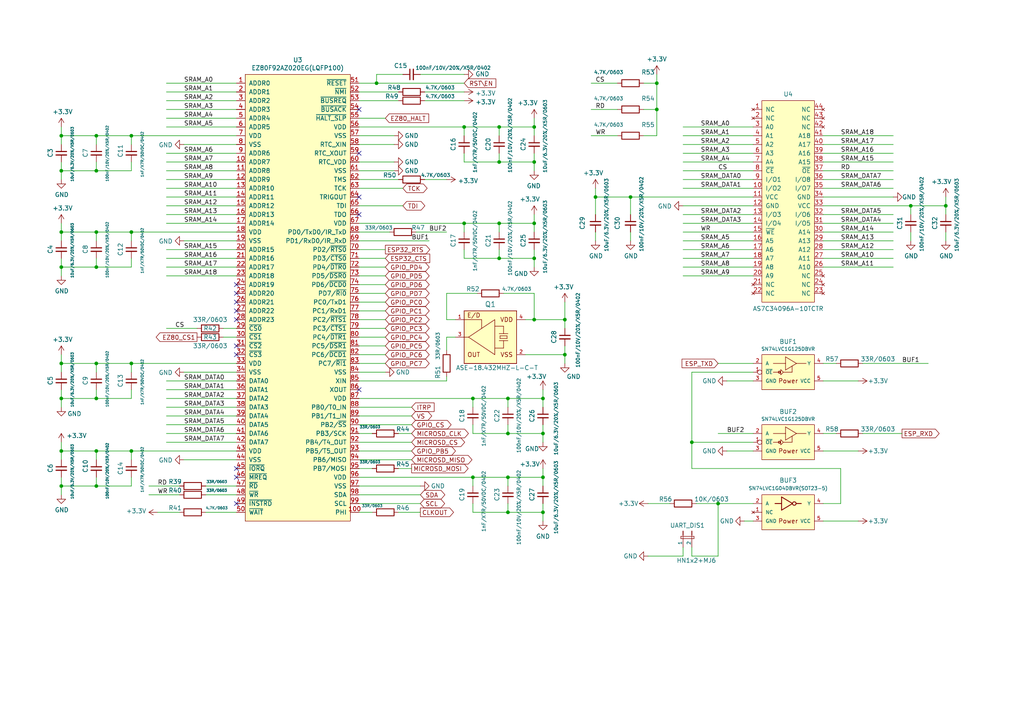
<source format=kicad_sch>
(kicad_sch (version 20231120) (generator "eeschema") (generator_version "8.0")
  (paper "A4")
  (junction (at 27.94 105.41))
  (junction (at 38.1 105.41))
  (junction (at 27.94 115.57))
  (junction (at 134.62 64.77))
  (junction (at 264.16 59.69))
  (junction (at 147.32 115.57))
  (junction (at 17.78 49.53))
  (junction (at 27.94 39.37))
  (junction (at 154.94 74.93))
  (junction (at 144.78 74.93))
  (junction (at 17.78 115.57))
  (junction (at 17.78 77.47))
  (junction (at 190.5 24.13))
  (junction (at 38.1 67.31))
  (junction (at 144.78 36.83))
  (junction (at 27.94 67.31))
  (junction (at 274.32 59.69))
  (junction (at 208.28 146.05))
  (junction (at 17.78 130.81))
  (junction (at 147.32 148.59))
  (junction (at 27.94 140.97))
  (junction (at 157.48 125.73))
  (junction (at 27.94 49.53))
  (junction (at 147.32 125.73))
  (junction (at 154.94 64.77))
  (junction (at 137.16 138.43))
  (junction (at 17.78 140.97))
  (junction (at 134.62 36.83))
  (junction (at 38.1 39.37))
  (junction (at 38.1 130.81))
  (junction (at 157.48 138.43))
  (junction (at 27.94 77.47))
  (junction (at 147.32 138.43))
  (junction (at 137.16 115.57))
  (junction (at 17.78 105.41))
  (junction (at 154.94 92.71))
  (junction (at 109.22 24.13))
  (junction (at 200.66 128.27))
  (junction (at 27.94 130.81))
  (junction (at 17.78 39.37))
  (junction (at 163.83 92.71))
  (junction (at 154.94 36.83))
  (junction (at 190.5 31.75))
  (junction (at 157.48 148.59))
  (junction (at 157.48 115.57))
  (junction (at 144.78 64.77))
  (junction (at 172.72 57.15))
  (junction (at 17.78 67.31))
  (junction (at 182.88 57.15))
  (junction (at 163.83 102.87))
  (junction (at 154.94 46.99))
  (junction (at 144.78 46.99))
  (no_connect (at 104.14 62.23))
  (no_connect (at 68.58 87.63))
  (no_connect (at 68.58 90.17))
  (no_connect (at 68.58 135.89))
  (no_connect (at 68.58 102.87))
  (no_connect (at 68.58 85.09))
  (no_connect (at 104.14 113.03))
  (no_connect (at 68.58 138.43))
  (no_connect (at 104.14 57.15))
  (no_connect (at 104.14 44.45))
  (no_connect (at 68.58 92.71))
  (no_connect (at 68.58 82.55))
  (no_connect (at 104.14 31.75))
  (no_connect (at 68.58 146.05))
  (no_connect (at 68.58 100.33))
  (wire (pts (xy 64.77 97.79) (xy 68.58 97.79)))
  (wire (pts (xy 38.1 130.81) (xy 27.94 130.81)))
  (wire (pts (xy 59.69 143.51) (xy 68.58 143.51)))
  (wire (pts (xy 68.58 26.67) (xy 48.26 26.67)))
  (wire (pts (xy 146.05 85.09) (xy 154.94 85.09)))
  (wire (pts (xy 238.76 39.37) (xy 259.08 39.37)))
  (wire (pts (xy 157.48 148.59) (xy 157.48 151.13)))
  (wire (pts (xy 104.14 34.29) (xy 111.76 34.29)))
  (wire (pts (xy 104.14 95.25) (xy 111.76 95.25)))
  (wire (pts (xy 137.16 146.05) (xy 137.16 148.59)))
  (wire (pts (xy 68.58 140.97) (xy 59.69 140.97)))
  (wire (pts (xy 147.32 125.73) (xy 157.48 125.73)))
  (wire (pts (xy 104.14 41.91) (xy 114.3 41.91)))
  (wire (pts (xy 243.84 135.89) (xy 243.84 146.05)))
  (wire (pts (xy 144.78 39.37) (xy 144.78 36.83)))
  (wire (pts (xy 218.44 151.13) (xy 215.9 151.13)))
  (wire (pts (xy 238.76 57.15) (xy 259.08 57.15)))
  (wire (pts (xy 134.62 72.39) (xy 134.62 74.93)))
  (wire (pts (xy 27.94 107.95) (xy 27.94 105.41)))
  (wire (pts (xy 144.78 74.93) (xy 154.94 74.93)))
  (wire (pts (xy 68.58 62.23) (xy 48.26 62.23)))
  (wire (pts (xy 68.58 130.81) (xy 38.1 130.81)))
  (wire (pts (xy 147.32 123.19) (xy 147.32 125.73)))
  (wire (pts (xy 27.94 67.31) (xy 17.78 67.31)))
  (wire (pts (xy 109.22 21.59) (xy 109.22 24.13)))
  (wire (pts (xy 190.5 24.13) (xy 190.5 31.75)))
  (wire (pts (xy 38.1 49.53) (xy 38.1 46.99)))
  (wire (pts (xy 111.76 92.71) (xy 104.14 92.71)))
  (wire (pts (xy 179.07 24.13) (xy 171.45 24.13)))
  (wire (pts (xy 68.58 57.15) (xy 48.26 57.15)))
  (wire (pts (xy 147.32 140.97) (xy 147.32 138.43)))
  (wire (pts (xy 218.44 125.73) (xy 208.28 125.73)))
  (wire (pts (xy 104.14 123.19) (xy 119.38 123.19)))
  (wire (pts (xy 68.58 59.69) (xy 48.26 59.69)))
  (wire (pts (xy 137.16 138.43) (xy 147.32 138.43)))
  (wire (pts (xy 264.16 69.85) (xy 264.16 67.31)))
  (wire (pts (xy 115.57 135.89) (xy 119.38 135.89)))
  (wire (pts (xy 38.1 41.91) (xy 38.1 39.37)))
  (wire (pts (xy 104.14 135.89) (xy 107.95 135.89)))
  (wire (pts (xy 264.16 62.23) (xy 264.16 59.69)))
  (wire (pts (xy 17.78 115.57) (xy 17.78 113.03)))
  (wire (pts (xy 152.4 102.87) (xy 163.83 102.87)))
  (wire (pts (xy 264.16 59.69) (xy 274.32 59.69)))
  (wire (pts (xy 134.62 46.99) (xy 144.78 46.99)))
  (wire (pts (xy 27.94 39.37) (xy 27.94 41.91)))
  (wire (pts (xy 38.1 130.81) (xy 38.1 133.35)))
  (wire (pts (xy 129.54 101.6) (xy 129.54 97.79)))
  (wire (pts (xy 104.14 74.93) (xy 111.76 74.93)))
  (wire (pts (xy 147.32 115.57) (xy 157.48 115.57)))
  (wire (pts (xy 104.14 29.21) (xy 115.57 29.21)))
  (wire (pts (xy 200.66 107.95) (xy 200.66 128.27)))
  (wire (pts (xy 68.58 123.19) (xy 48.26 123.19)))
  (wire (pts (xy 129.54 85.09) (xy 138.43 85.09)))
  (wire (pts (xy 218.44 59.69) (xy 198.12 59.69)))
  (wire (pts (xy 115.57 125.73) (xy 119.38 125.73)))
  (wire (pts (xy 104.14 130.81) (xy 119.38 130.81)))
  (wire (pts (xy 123.19 29.21) (xy 134.62 29.21)))
  (wire (pts (xy 27.94 133.35) (xy 27.94 130.81)))
  (wire (pts (xy 38.1 138.43) (xy 38.1 140.97)))
  (wire (pts (xy 218.44 52.07) (xy 198.12 52.07)))
  (wire (pts (xy 68.58 113.03) (xy 48.26 113.03)))
  (wire (pts (xy 104.14 80.01) (xy 111.76 80.01)))
  (wire (pts (xy 157.48 118.11) (xy 157.48 115.57)))
  (wire (pts (xy 218.44 130.81) (xy 210.82 130.81)))
  (wire (pts (xy 163.83 100.33) (xy 163.83 102.87)))
  (wire (pts (xy 104.14 85.09) (xy 111.76 85.09)))
  (wire (pts (xy 134.62 74.93) (xy 144.78 74.93)))
  (wire (pts (xy 274.32 57.15) (xy 274.32 59.69)))
  (wire (pts (xy 186.69 31.75) (xy 190.5 31.75)))
  (wire (pts (xy 154.94 64.77) (xy 154.94 62.23)))
  (wire (pts (xy 17.78 130.81) (xy 17.78 128.27)))
  (wire (pts (xy 154.94 46.99) (xy 154.94 44.45)))
  (wire (pts (xy 250.19 105.41) (xy 269.24 105.41)))
  (wire (pts (xy 17.78 46.99) (xy 17.78 49.53)))
  (wire (pts (xy 17.78 67.31) (xy 17.78 64.77)))
  (wire (pts (xy 104.14 120.65) (xy 119.38 120.65)))
  (wire (pts (xy 218.44 107.95) (xy 200.66 107.95)))
  (wire (pts (xy 144.78 44.45) (xy 144.78 46.99)))
  (wire (pts (xy 198.12 161.29) (xy 187.96 161.29)))
  (wire (pts (xy 147.32 146.05) (xy 147.32 148.59)))
  (wire (pts (xy 137.16 125.73) (xy 147.32 125.73)))
  (wire (pts (xy 68.58 64.77) (xy 48.26 64.77)))
  (wire (pts (xy 218.44 39.37) (xy 198.12 39.37)))
  (wire (pts (xy 129.54 109.22) (xy 129.54 110.49)))
  (wire (pts (xy 274.32 67.31) (xy 274.32 69.85)))
  (wire (pts (xy 259.08 72.39) (xy 238.76 72.39)))
  (wire (pts (xy 129.54 97.79) (xy 132.08 97.79)))
  (wire (pts (xy 238.76 46.99) (xy 259.08 46.99)))
  (wire (pts (xy 27.94 49.53) (xy 38.1 49.53)))
  (wire (pts (xy 104.14 59.69) (xy 116.84 59.69)))
  (wire (pts (xy 27.94 138.43) (xy 27.94 140.97)))
  (wire (pts (xy 132.08 92.71) (xy 129.54 92.71)))
  (wire (pts (xy 68.58 77.47) (xy 48.26 77.47)))
  (wire (pts (xy 104.14 54.61) (xy 116.84 54.61)))
  (wire (pts (xy 17.78 69.85) (xy 17.78 67.31)))
  (wire (pts (xy 17.78 41.91) (xy 17.78 39.37)))
  (wire (pts (xy 129.54 92.71) (xy 129.54 85.09)))
  (wire (pts (xy 68.58 36.83) (xy 48.26 36.83)))
  (wire (pts (xy 17.78 133.35) (xy 17.78 130.81)))
  (wire (pts (xy 163.83 92.71) (xy 163.83 87.63)))
  (wire (pts (xy 154.94 74.93) (xy 154.94 72.39)))
  (wire (pts (xy 27.94 74.93) (xy 27.94 77.47)))
  (wire (pts (xy 134.62 64.77) (xy 144.78 64.77)))
  (wire (pts (xy 68.58 41.91) (xy 53.34 41.91)))
  (wire (pts (xy 218.44 57.15) (xy 182.88 57.15)))
  (wire (pts (xy 123.19 52.07) (xy 129.54 52.07)))
  (wire (pts (xy 172.72 57.15) (xy 172.72 54.61)))
  (wire (pts (xy 218.44 46.99) (xy 198.12 46.99)))
  (wire (pts (xy 27.94 130.81) (xy 17.78 130.81)))
  (wire (pts (xy 187.96 146.05) (xy 194.31 146.05)))
  (wire (pts (xy 104.14 52.07) (xy 115.57 52.07)))
  (wire (pts (xy 52.07 143.51) (xy 43.18 143.51)))
  (wire (pts (xy 218.44 62.23) (xy 198.12 62.23)))
  (wire (pts (xy 154.94 85.09) (xy 154.94 92.71)))
  (wire (pts (xy 17.78 140.97) (xy 17.78 138.43)))
  (wire (pts (xy 147.32 138.43) (xy 157.48 138.43)))
  (wire (pts (xy 179.07 39.37) (xy 171.45 39.37)))
  (wire (pts (xy 198.12 64.77) (xy 218.44 64.77)))
  (wire (pts (xy 201.93 146.05) (xy 208.28 146.05)))
  (wire (pts (xy 68.58 39.37) (xy 38.1 39.37)))
  (wire (pts (xy 147.32 118.11) (xy 147.32 115.57)))
  (wire (pts (xy 17.78 77.47) (xy 17.78 80.01)))
  (wire (pts (xy 52.07 140.97) (xy 43.18 140.97)))
  (wire (pts (xy 218.44 72.39) (xy 198.12 72.39)))
  (wire (pts (xy 68.58 44.45) (xy 48.26 44.45)))
  (wire (pts (xy 68.58 110.49) (xy 48.26 110.49)))
  (wire (pts (xy 104.14 72.39) (xy 111.76 72.39)))
  (wire (pts (xy 17.78 115.57) (xy 17.78 118.11)))
  (wire (pts (xy 27.94 105.41) (xy 17.78 105.41)))
  (wire (pts (xy 107.95 148.59) (xy 104.14 148.59)))
  (wire (pts (xy 144.78 72.39) (xy 144.78 74.93)))
  (wire (pts (xy 111.76 102.87) (xy 104.14 102.87)))
  (wire (pts (xy 123.19 26.67) (xy 134.62 26.67)))
  (wire (pts (xy 238.76 130.81) (xy 248.92 130.81)))
  (wire (pts (xy 200.66 158.75) (xy 200.66 161.29)))
  (wire (pts (xy 182.88 67.31) (xy 182.88 69.85)))
  (wire (pts (xy 259.08 74.93) (xy 238.76 74.93)))
  (wire (pts (xy 116.84 21.59) (xy 109.22 21.59)))
  (wire (pts (xy 157.48 148.59) (xy 157.48 146.05)))
  (wire (pts (xy 104.14 105.41) (xy 111.76 105.41)))
  (wire (pts (xy 250.19 125.73) (xy 261.62 125.73)))
  (wire (pts (xy 17.78 140.97) (xy 17.78 143.51)))
  (wire (pts (xy 104.14 77.47) (xy 111.76 77.47)))
  (wire (pts (xy 68.58 133.35) (xy 53.34 133.35)))
  (wire (pts (xy 200.66 128.27) (xy 218.44 128.27)))
  (wire (pts (xy 218.44 54.61) (xy 198.12 54.61)))
  (wire (pts (xy 137.16 148.59) (xy 147.32 148.59)))
  (wire (pts (xy 154.94 67.31) (xy 154.94 64.77)))
  (wire (pts (xy 38.1 39.37) (xy 27.94 39.37)))
  (wire (pts (xy 104.14 100.33) (xy 111.76 100.33)))
  (wire (pts (xy 17.78 39.37) (xy 17.78 36.83)))
  (wire (pts (xy 154.94 46.99) (xy 154.94 49.53)))
  (wire (pts (xy 218.44 41.91) (xy 198.12 41.91)))
  (wire (pts (xy 238.76 151.13) (xy 248.92 151.13)))
  (wire (pts (xy 68.58 29.21) (xy 48.26 29.21)))
  (wire (pts (xy 104.14 107.95) (xy 111.76 107.95)))
  (wire (pts (xy 114.3 49.53) (xy 104.14 49.53)))
  (wire (pts (xy 109.22 24.13) (xy 104.14 24.13)))
  (wire (pts (xy 238.76 41.91) (xy 259.08 41.91)))
  (wire (pts (xy 104.14 115.57) (xy 137.16 115.57)))
  (wire (pts (xy 104.14 87.63) (xy 111.76 87.63)))
  (wire (pts (xy 68.58 118.11) (xy 48.26 118.11)))
  (wire (pts (xy 154.94 36.83) (xy 154.94 34.29)))
  (wire (pts (xy 104.14 118.11) (xy 119.38 118.11)))
  (wire (pts (xy 104.14 140.97) (xy 121.92 140.97)))
  (wire (pts (xy 17.78 107.95) (xy 17.78 105.41)))
  (wire (pts (xy 120.65 67.31) (xy 129.54 67.31)))
  (wire (pts (xy 104.14 36.83) (xy 134.62 36.83)))
  (wire (pts (xy 179.07 31.75) (xy 171.45 31.75)))
  (wire (pts (xy 134.62 64.77) (xy 134.62 67.31)))
  (wire (pts (xy 48.26 115.57) (xy 68.58 115.57)))
  (wire (pts (xy 38.1 115.57) (xy 27.94 115.57)))
  (wire (pts (xy 137.16 123.19) (xy 137.16 125.73)))
  (wire (pts (xy 104.14 39.37) (xy 114.3 39.37)))
  (wire (pts (xy 218.44 80.01) (xy 198.12 80.01)))
  (wire (pts (xy 104.14 146.05) (xy 121.92 146.05)))
  (wire (pts (xy 144.78 46.99) (xy 154.94 46.99)))
  (wire (pts (xy 238.76 54.61) (xy 259.08 54.61)))
  (wire (pts (xy 157.48 115.57) (xy 157.48 113.03)))
  (wire (pts (xy 190.5 39.37) (xy 186.69 39.37)))
  (wire (pts (xy 200.66 135.89) (xy 243.84 135.89)))
  (wire (pts (xy 38.1 74.93) (xy 38.1 77.47)))
  (wire (pts (xy 68.58 95.25) (xy 64.77 95.25)))
  (wire (pts (xy 68.58 72.39) (xy 48.26 72.39)))
  (wire (pts (xy 68.58 80.01) (xy 48.26 80.01)))
  (wire (pts (xy 104.14 133.35) (xy 119.38 133.35)))
  (wire (pts (xy 208.28 161.29) (xy 208.28 146.05)))
  (wire (pts (xy 68.58 125.73) (xy 48.26 125.73)))
  (wire (pts (xy 238.76 64.77) (xy 259.08 64.77)))
  (wire (pts (xy 68.58 49.53) (xy 48.26 49.53)))
  (wire (pts (xy 144.78 67.31) (xy 144.78 64.77)))
  (wire (pts (xy 157.48 140.97) (xy 157.48 138.43)))
  (wire (pts (xy 243.84 146.05) (xy 238.76 146.05)))
  (wire (pts (xy 218.44 69.85) (xy 198.12 69.85)))
  (wire (pts (xy 157.48 125.73) (xy 157.48 128.27)))
  (wire (pts (xy 38.1 77.47) (xy 27.94 77.47)))
  (wire (pts (xy 274.32 62.23) (xy 274.32 59.69)))
  (wire (pts (xy 68.58 74.93) (xy 48.26 74.93)))
  (wire (pts (xy 38.1 113.03) (xy 38.1 115.57)))
  (wire (pts (xy 157.48 125.73) (xy 157.48 123.19)))
  (wire (pts (xy 104.14 138.43) (xy 137.16 138.43)))
  (wire (pts (xy 27.94 69.85) (xy 27.94 67.31)))
  (wire (pts (xy 259.08 77.47) (xy 238.76 77.47)))
  (wire (pts (xy 154.94 74.93) (xy 154.94 77.47)))
  (wire (pts (xy 198.12 158.75) (xy 198.12 161.29)))
  (wire (pts (xy 104.14 110.49) (xy 129.54 110.49)))
  (wire (pts (xy 238.76 49.53) (xy 259.08 49.53)))
  (wire (pts (xy 68.58 52.07) (xy 48.26 52.07)))
  (wire (pts (xy 48.26 128.27) (xy 68.58 128.27)))
  (wire (pts (xy 144.78 64.77) (xy 154.94 64.77)))
  (wire (pts (xy 68.58 148.59) (xy 59.69 148.59)))
  (wire (pts (xy 137.16 115.57) (xy 147.32 115.57)))
  (wire (pts (xy 68.58 24.13) (xy 48.26 24.13)))
  (wire (pts (xy 163.83 95.25) (xy 163.83 92.71)))
  (wire (pts (xy 259.08 52.07) (xy 238.76 52.07)))
  (wire (pts (xy 104.14 125.73) (xy 107.95 125.73)))
  (wire (pts (xy 218.44 105.41) (xy 208.28 105.41)))
  (wire (pts (xy 154.94 39.37) (xy 154.94 36.83)))
  (wire (pts (xy 238.76 110.49) (xy 248.92 110.49)))
  (wire (pts (xy 68.58 54.61) (xy 48.26 54.61)))
  (wire (pts (xy 104.14 128.27) (xy 119.38 128.27)))
  (wire (pts (xy 152.4 92.71) (xy 154.94 92.71)))
  (wire (pts (xy 144.78 36.83) (xy 154.94 36.83)))
  (wire (pts (xy 218.44 67.31) (xy 198.12 67.31)))
  (wire (pts (xy 190.5 31.75) (xy 190.5 39.37)))
  (wire (pts (xy 115.57 148.59) (xy 121.92 148.59)))
  (wire (pts (xy 27.94 39.37) (xy 17.78 39.37)))
  (wire (pts (xy 104.14 69.85) (xy 124.46 69.85)))
  (wire (pts (xy 68.58 46.99) (xy 48.26 46.99)))
  (wire (pts (xy 104.14 67.31) (xy 113.03 67.31)))
  (wire (pts (xy 68.58 107.95) (xy 53.34 107.95)))
  (wire (pts (xy 218.44 44.45) (xy 198.12 44.45)))
  (wire (pts (xy 38.1 67.31) (xy 27.94 67.31)))
  (wire (pts (xy 200.66 128.27) (xy 200.66 135.89)))
  (wire (pts (xy 200.66 161.29) (xy 208.28 161.29)))
  (wire (pts (xy 27.94 77.47) (xy 17.78 77.47)))
  (wire (pts (xy 17.78 49.53) (xy 27.94 49.53)))
  (wire (pts (xy 154.94 92.71) (xy 163.83 92.71)))
  (wire (pts (xy 111.76 90.17) (xy 104.14 90.17)))
  (wire (pts (xy 218.44 49.53) (xy 198.12 49.53)))
  (wire (pts (xy 57.15 95.25) (xy 48.26 95.25)))
  (wire (pts (xy 134.62 36.83) (xy 144.78 36.83)))
  (wire (pts (xy 137.16 115.57) (xy 137.16 118.11)))
  (wire (pts (xy 27.94 140.97) (xy 17.78 140.97)))
  (wire (pts (xy 104.14 82.55) (xy 111.76 82.55)))
  (wire (pts (xy 218.44 36.83) (xy 198.12 36.83)))
  (wire (pts (xy 238.76 105.41) (xy 242.57 105.41)))
  (wire (pts (xy 238.76 59.69) (xy 264.16 59.69)))
  (wire (pts (xy 68.58 34.29) (xy 48.26 34.29)))
  (wire (pts (xy 68.58 67.31) (xy 38.1 67.31)))
  (wire (pts (xy 104.14 143.51) (xy 121.92 143.51)))
  (wire (pts (xy 182.88 57.15) (xy 172.72 57.15)))
  (wire (pts (xy 218.44 77.47) (xy 198.12 77.47)))
  (wire (pts (xy 17.78 105.41) (xy 17.78 102.87)))
  (wire (pts (xy 208.28 146.05) (xy 218.44 146.05)))
  (wire (pts (xy 190.5 24.13) (xy 190.5 21.59)))
  (wire (pts (xy 17.78 77.47) (xy 17.78 74.93)))
  (wire (pts (xy 38.1 140.97) (xy 27.94 140.97)))
  (wire (pts (xy 238.76 44.45) (xy 259.08 44.45)))
  (wire (pts (xy 238.76 125.73) (xy 242.57 125.73)))
  (wire (pts (xy 163.83 102.87) (xy 163.83 105.41)))
  (wire (pts (xy 104.14 46.99) (xy 114.3 46.99)))
  (wire (pts (xy 48.26 120.65) (xy 68.58 120.65)))
  (wire (pts (xy 38.1 105.41) (xy 27.94 105.41)))
  (wire (pts (xy 259.08 67.31) (xy 238.76 67.31)))
  (wire (pts (xy 134.62 36.83) (xy 134.62 39.37)))
  (wire (pts (xy 68.58 105.41) (xy 38.1 105.41)))
  (wire (pts (xy 27.94 115.57) (xy 17.78 115.57)))
  (wire (pts (xy 17.78 52.07) (xy 17.78 49.53)))
  (wire (pts (xy 109.22 24.13) (xy 134.62 24.13)))
  (wire (pts (xy 259.08 69.85) (xy 238.76 69.85)))
  (wire (pts (xy 38.1 67.31) (xy 38.1 69.85)))
  (wire (pts (xy 186.69 24.13) (xy 190.5 24.13)))
  (wire (pts (xy 104.14 64.77) (xy 134.62 64.77)))
  (wire (pts (xy 52.07 148.59) (xy 45.72 148.59)))
  (wire (pts (xy 137.16 138.43) (xy 137.16 140.97)))
  (wire (pts (xy 218.44 110.49) (xy 210.82 110.49)))
  (wire (pts (xy 68.58 31.75) (xy 48.26 31.75)))
  (wire (pts (xy 218.44 74.93) (xy 198.12 74.93)))
  (wire (pts (xy 172.72 67.31) (xy 172.72 69.85)))
  (wire (pts (xy 157.48 138.43) (xy 157.48 135.89)))
  (wire (pts (xy 104.14 26.67) (xy 115.57 26.67)))
  (wire (pts (xy 53.34 69.85) (xy 68.58 69.85)))
  (wire (pts (xy 259.08 62.23) (xy 238.76 62.23)))
  (wire (pts (xy 182.88 62.23) (xy 182.88 57.15)))
  (wire (pts (xy 38.1 105.41) (xy 38.1 107.95)))
  (wire (pts (xy 147.32 148.59) (xy 157.48 148.59)))
  (wire (pts (xy 27.94 46.99) (xy 27.94 49.53)))
  (wire (pts (xy 134.62 21.59) (xy 121.92 21.59)))
  (wire (pts (xy 104.14 97.79) (xy 111.76 97.79)))
  (wire (pts (xy 27.94 113.03) (xy 27.94 115.57)))
  (wire (pts (xy 134.62 44.45) (xy 134.62 46.99)))
  (wire (pts (xy 172.72 57.15) (xy 172.72 62.23)))
  (label "SRAM_A2" (at 203.2 41.91 0))
  (label "SRAM_A13" (at 53.34 62.23 0))
  (label "SRAM_A17" (at 243.84 41.91 0))
  (label "BUF2" (at 129.54 67.31 180))
  (label "SRAM_DATA6" (at 243.84 54.61 0))
  (label "SRAM_A9" (at 53.34 52.07 0))
  (label "SRAM_A3" (at 53.34 31.75 0))
  (label "SRAM_A1" (at 203.2 39.37 0))
  (label "SRAM_A12" (at 53.34 59.69 0))
  (label "SRAM_DATA6" (at 53.34 125.73 0))
  (label "SRAM_A8" (at 203.2 77.47 0))
  (label "SRAM_A14" (at 243.84 67.31 0))
  (label "SRAM_A11" (at 243.84 77.47 0))
  (label "SRAM_A12" (at 243.84 72.39 0))
  (label "BUF1" (at 266.7 105.41 180))
  (label "SRAM_A5" (at 203.2 69.85 0))
  (label "RD" (at 243.84 49.53 0))
  (label "SRAM_A15" (at 53.34 72.39 0))
  (label "SRAM_A7" (at 203.2 74.93 0))
  (label "SRAM_A2" (at 53.34 29.21 0))
  (label "SRAM_DATA7" (at 53.34 128.27 0))
  (label "SRAM_DATA5" (at 53.34 123.19 0))
  (label "SRAM_A6" (at 53.34 44.45 0))
  (label "SRAM_A0" (at 53.34 24.13 0))
  (label "BUF2" (at 215.9 125.73 180))
  (label "RD" (at 172.72 31.75 0))
  (label "CS" (at 50.8 95.25 0))
  (label "SRAM_A18" (at 53.34 80.01 0))
  (label "SRAM_DATA0" (at 53.34 110.49 0))
  (label "SRAM_A10" (at 243.84 74.93 0))
  (label "SRAM_A5" (at 53.34 36.83 0))
  (label "CS" (at 172.72 24.13 0))
  (label "SRAM_A13" (at 243.84 69.85 0))
  (label "SRAM_A9" (at 203.2 80.01 0))
  (label "SRAM_DATA1" (at 53.34 113.03 0))
  (label "SRAM_A10" (at 53.34 54.61 0))
  (label "SRAM_DATA2" (at 53.34 115.57 0))
  (label "SRAM_A16" (at 53.34 74.93 0))
  (label "SRAM_DATA5" (at 243.84 62.23 0))
  (label "SRAM_DATA0" (at 203.2 52.07 0))
  (label "SRAM_A1" (at 53.34 26.67 0))
  (label "SRAM_A7" (at 53.34 46.99 0))
  (label "SRAM_A8" (at 53.34 49.53 0))
  (label "CS" (at 208.28 49.53 0))
  (label "SRAM_A4" (at 53.34 34.29 0))
  (label "SRAM_DATA3" (at 53.34 118.11 0))
  (label "SRAM_A18" (at 243.84 39.37 0))
  (label "RD" (at 45.72 140.97 0))
  (label "SRAM_A17" (at 53.34 77.47 0))
  (label "SRAM_A0" (at 203.2 36.83 0))
  (label "WR" (at 172.72 39.37 0))
  (label "SRAM_A15" (at 243.84 46.99 0))
  (label "SRAM_A4" (at 203.2 46.99 0))
  (label "SRAM_DATA4" (at 243.84 64.77 0))
  (label "SRAM_DATA1" (at 203.2 54.61 0))
  (label "SRAM_A6" (at 203.2 72.39 0))
  (label "SRAM_A11" (at 53.34 57.15 0))
  (label "SRAM_A3" (at 203.2 44.45 0))
  (label "SRAM_DATA7" (at 243.84 52.07 0))
  (label "SRAM_DATA2" (at 203.2 62.23 0))
  (label "WR" (at 45.72 143.51 0))
  (label "SRAM_DATA3" (at 203.2 64.77 0))
  (label "SRAM_DATA4" (at 53.34 120.65 0))
  (label "SRAM_A16" (at 243.84 44.45 0))
  (label "SRAM_A14" (at 53.34 64.77 0))
  (label "WR" (at 203.2 67.31 0))
  (label "BUF1" (at 124.46 69.85 180))
  (global_label "EZ80_HALT" (shape input) (at 111.76 34.29 0) (property "Intersheetrefs" "${INTERSHEET_REFS}" (effects (hide yes))))
  (global_label "ESP_RXD" (shape output) (at 261.62 125.73 0) (property "Intersheetrefs" "${INTERSHEET_REFS}" (effects (hide yes))))
  (global_label "MICROSD_CS" (shape bidirectional) (at 119.38 128.27 0) (property "Intersheetrefs" "${INTERSHEET_REFS}" (effects (hide yes))))
  (global_label "GPIO_PC5" (shape bidirectional) (at 111.76 100.33 0) (property "Intersheetrefs" "${INTERSHEET_REFS}" (effects (hide yes))))
  (global_label "GPIO_PB5" (shape bidirectional) (at 119.38 130.81 0) (property "Intersheetrefs" "${INTERSHEET_REFS}" (effects (hide yes))))
  (global_label "GPIO_PC7" (shape bidirectional) (at 111.76 105.41 0) (property "Intersheetrefs" "${INTERSHEET_REFS}" (effects (hide yes))))
  (global_label "ESP_TXD" (shape input) (at 208.28 105.41 180) (property "Intersheetrefs" "${INTERSHEET_REFS}" (effects (hide yes))))
  (global_label "GPIO_PC3" (shape bidirectional) (at 111.76 95.25 0) (property "Intersheetrefs" "${INTERSHEET_REFS}" (effects (hide yes))))
  (global_label "GPIO_PC2" (shape bidirectional) (at 111.76 92.71 0) (property "Intersheetrefs" "${INTERSHEET_REFS}" (effects (hide yes))))
  (global_label "ITRP" (shape input) (at 119.38 118.11 0) (property "Intersheetrefs" "${INTERSHEET_REFS}" (effects (hide yes))))
  (global_label "GPIO_PC0" (shape bidirectional) (at 111.76 87.63 0) (property "Intersheetrefs" "${INTERSHEET_REFS}" (effects (hide yes))))
  (global_label "SDA" (shape bidirectional) (at 121.92 143.51 0) (property "Intersheetrefs" "${INTERSHEET_REFS}" (effects (hide yes))))
  (global_label "GPIO_PD5" (shape bidirectional) (at 111.76 80.01 0) (property "Intersheetrefs" "${INTERSHEET_REFS}" (effects (hide yes))))
  (global_label "VS" (shape bidirectional) (at 119.38 120.65 0) (property "Intersheetrefs" "${INTERSHEET_REFS}" (effects (hide yes))))
  (global_label "GPIO_CS" (shape bidirectional) (at 119.38 123.19 0) (property "Intersheetrefs" "${INTERSHEET_REFS}" (effects (hide yes))))
  (global_label "ESP32_RTS" (shape output) (at 111.76 72.39 0) (property "Intersheetrefs" "${INTERSHEET_REFS}" (effects (hide yes))))
  (global_label "GPIO_PD7" (shape bidirectional) (at 111.76 85.09 0) (property "Intersheetrefs" "${INTERSHEET_REFS}" (effects (hide yes))))
  (global_label "EZ80_CS1" (shape output) (at 57.15 97.79 180) (property "Intersheetrefs" "${INTERSHEET_REFS}" (effects (hide yes))))
  (global_label "TCK" (shape bidirectional) (at 116.84 54.61 0) (property "Intersheetrefs" "${INTERSHEET_REFS}" (effects (hide yes))))
  (global_label "TDI" (shape bidirectional) (at 116.84 59.69 0) (property "Intersheetrefs" "${INTERSHEET_REFS}" (effects (hide yes))))
  (global_label "GPIO_PC4" (shape bidirectional) (at 111.76 97.79 0) (property "Intersheetrefs" "${INTERSHEET_REFS}" (effects (hide yes))))
  (global_label "MICROSD_CLK" (shape bidirectional) (at 119.38 125.73 0) (property "Intersheetrefs" "${INTERSHEET_REFS}" (effects (hide yes))))
  (global_label "CLKOUT" (shape output) (at 121.92 148.59 0) (property "Intersheetrefs" "${INTERSHEET_REFS}" (effects (hide yes))))
  (global_label "GPIO_PD4" (shape bidirectional) (at 111.76 77.47 0) (property "Intersheetrefs" "${INTERSHEET_REFS}" (effects (hide yes))))
  (global_label "SCL" (shape bidirectional) (at 121.92 146.05 0) (property "Intersheetrefs" "${INTERSHEET_REFS}" (effects (hide yes))))
  (global_label "MICROSD_MISO" (shape bidirectional) (at 119.38 133.35 0) (property "Intersheetrefs" "${INTERSHEET_REFS}" (effects (hide yes))))
  (global_label "GPIO_PC1" (shape bidirectional) (at 111.76 90.17 0) (property "Intersheetrefs" "${INTERSHEET_REFS}" (effects (hide yes))))
  (global_label "ESP32_CTS" (shape input) (at 111.76 74.93 0) (property "Intersheetrefs" "${INTERSHEET_REFS}" (effects (hide yes))))
  (global_label "MICROSD_MOSI" (shape output) (at 119.38 135.89 0) (property "Intersheetrefs" "${INTERSHEET_REFS}" (effects (hide yes))))
  (global_label "GPIO_PD6" (shape bidirectional) (at 111.76 82.55 0) (property "Intersheetrefs" "${INTERSHEET_REFS}" (effects (hide yes))))
  (global_label "RST\\EN" (shape input) (at 134.62 24.13 0) (property "Intersheetrefs" "${INTERSHEET_REFS}" (effects (hide yes))))
  (global_label "GPIO_PC6" (shape bidirectional) (at 111.76 102.87 0) (property "Intersheetrefs" "${INTERSHEET_REFS}" (effects (hide yes))))
  (symbol (lib_id "AgonLight2_Rev_B:C") (at 163.83 97.79 0) (mirror y) (unit 1)
    (property "Reference" "C28" (at 160.655 99.695 90) (effects (justify left)))
    (property "Value" "100nF/10V/20%/X5R/0402" (at 167.64 106.68 90) (effects (font (size 1.016 1.016)) (justify left)))
    (property "Footprint" "OLIMEX_RLC-FP:C_0402_5MIL_DWS" (effects (hide yes)))
  )
  (symbol (lib_id "AgonLight2_Rev_B:+3.3V") (at 248.92 151.13 270) (mirror x) (unit 1)
    (property "Reference" "#PWR068" (effects (hide yes)))
    (property "Value" "+3.3V" (at 254.635 151.13 90))
  )
  (symbol (lib_id "AgonLight2_Rev_B:SN74LVC1G04DBVR(SOT23-5)") (at 228.6 148.59 0) (unit 1)
    (property "Reference" "BUF3" (at 228.6 139.319 0))
    (property "Value" "SN74LVC1G04DBVR(SOT23-5)" (at 228.6 141.6304 0) (effects (font (size 1.016 1.016))))
    (property "Footprint" "OLIMEX_IC-FP:SOT-23-5" (effects (hide yes)))
  )
  (symbol (lib_id "AgonLight2_Rev_B:C") (at 38.1 135.89 0) (unit 1)
    (property "Reference" "C14" (at 34.925 137.795 90) (effects (justify left)))
    (property "Value" "1nF/X7R/50VDC/0402" (at 41.275 142.875 90) (effects (font (size 0.762 0.762)) (justify left)))
    (property "Footprint" "OLIMEX_RLC-FP:C_0402_5MIL_DWS" (effects (hide yes)))
  )
  (symbol (lib_id "AgonLight2_Rev_B:GND") (at 114.3 39.37 90) (mirror x) (unit 1)
    (property "Reference" "#PWR037" (effects (hide yes)))
    (property "Value" "GND" (at 119.38 39.37 90))
  )
  (symbol (lib_id "AgonLight2_Rev_B:R") (at 60.96 97.79 0) (unit 1)
    (property "Reference" "R43" (at 60.96 97.79 0))
    (property "Value" "33R/0603" (at 60.96 100.33 0))
    (property "Footprint" "OLIMEX_RLC-FP:R_0603_5MIL_DWS" (effects (hide yes)))
  )
  (symbol (lib_id "AgonLight2_Rev_B:GND") (at 53.34 133.35 270) (unit 1)
    (property "Reference" "#PWR035" (effects (hide yes)))
    (property "Value" "GND" (at 50.0888 133.477 90) (effects (justify right)))
  )
  (symbol (lib_id "AgonLight2_Rev_B:R") (at 55.88 140.97 0) (unit 1)
    (property "Reference" "R39" (at 50.8 139.7 0))
    (property "Value" "33R/0603" (at 62.865 139.7 0) (effects (font (size 0.762 0.762))))
    (property "Footprint" "OLIMEX_RLC-FP:R_0603_5MIL_DWS" (effects (hide yes)))
  )
  (symbol (lib_id "AgonLight2_Rev_B:+3.3V") (at 172.72 54.61 0) (unit 1)
    (property "Reference" "#PWR056" (effects (hide yes)))
    (property "Value" "+3.3V" (at 172.085 50.165 0))
  )
  (symbol (lib_id "AgonLight2_Rev_B:GND") (at 198.12 59.69 270) (unit 1)
    (property "Reference" "#PWR062" (effects (hide yes)))
    (property "Value" "GND" (at 194.8688 59.817 90) (effects (justify right)))
  )
  (symbol (lib_id "AgonLight2_Rev_B:GND") (at 215.9 151.13 270) (mirror x) (unit 1)
    (property "Reference" "#PWR065" (effects (hide yes)))
    (property "Value" "GND" (at 210.82 151.13 90))
  )
  (symbol (lib_id "AgonLight2_Rev_B:R") (at 119.38 26.67 180) (unit 1)
    (property "Reference" "R48" (at 114.3 25.4 0))
    (property "Value" "4.7K/0603" (at 127.635 25.4 0) (effects (font (size 1.016 1.016))))
    (property "Footprint" "OLIMEX_RLC-FP:R_0603_5MIL_DWS" (effects (hide yes)))
  )
  (symbol (lib_id "AgonLight2_Rev_B:AS7C34096A-10TCTR") (at 228.6 57.15 0) (unit 1)
    (property "Reference" "U4" (at 228.6 27.305 0))
    (property "Value" "AS7C34096A-10TCTR" (at 228.6 89.535 0))
    (property "Footprint" "OLIMEX_IC-FP:TSOP-44_Pitch-0.80mm_18.80x11.80x1.20mm" (effects (hide yes)))
  )
  (symbol (lib_id "AgonLight2_Rev_B:C") (at 137.16 120.65 0) (mirror y) (unit 1)
    (property "Reference" "C18" (at 133.985 122.555 90) (effects (justify left)))
    (property "Value" "1nF/X7R/50VDC/0402" (at 140.335 129.54 90) (effects (font (size 1.016 1.016)) (justify left)))
    (property "Footprint" "OLIMEX_RLC-FP:C_0402_5MIL_DWS" (effects (hide yes)))
  )
  (symbol (lib_id "AgonLight2_Rev_B:GND") (at 114.3 49.53 90) (mirror x) (unit 1)
    (property "Reference" "#PWR040" (effects (hide yes)))
    (property "Value" "GND" (at 119.38 49.53 90))
  )
  (symbol (lib_id "AgonLight2_Rev_B:GND") (at 111.76 107.95 90) (mirror x) (unit 1)
    (property "Reference" "#PWR036" (effects (hide yes)))
    (property "Value" "GND" (at 116.84 107.95 90))
  )
  (symbol (lib_id "AgonLight2_Rev_B:+3.3V") (at 129.54 52.07 270) (unit 1)
    (property "Reference" "#PWR042" (effects (hide yes)))
    (property "Value" "+3.3V" (at 132.7912 52.451 90) (effects (justify left)))
  )
  (symbol (lib_id "AgonLight2_Rev_B:GND") (at 274.32 69.85 0) (unit 1)
    (property "Reference" "#PWR072" (effects (hide yes)))
    (property "Value" "GND" (at 274.447 74.2442 0))
  )
  (symbol (lib_id "AgonLight2_Rev_B:GND") (at 114.3 46.99 90) (mirror x) (unit 1)
    (property "Reference" "#PWR039" (effects (hide yes)))
    (property "Value" "GND" (at 119.38 46.99 90))
  )
  (symbol (lib_id "AgonLight2_Rev_B:R") (at 55.88 143.51 0) (unit 1)
    (property "Reference" "R40" (at 50.8 142.24 0))
    (property "Value" "33R/0603" (at 62.865 142.24 0) (effects (font (size 0.762 0.762))))
    (property "Footprint" "OLIMEX_RLC-FP:R_0603_5MIL_DWS" (effects (hide yes)))
  )
  (symbol (lib_id "AgonLight2_Rev_B:R") (at 246.38 105.41 180) (unit 1)
    (property "Reference" "R57" (at 241.3 104.14 0))
    (property "Value" "33R/0603" (at 254.635 104.14 0))
    (property "Footprint" "OLIMEX_RLC-FP:R_0603_5MIL_DWS" (effects (hide yes)))
  )
  (symbol (lib_id "AgonLight2_Rev_B:R") (at 182.88 39.37 180) (unit 1)
    (property "Reference" "R55" (at 187.96 36.195 0))
    (property "Value" "4.7K/0603" (at 176.53 36.195 0) (effects (font (size 1.016 1.016))))
    (property "Footprint" "OLIMEX_RLC-FP:R_0603_5MIL_DWS" (effects (hide yes)))
  )
  (symbol (lib_id "AgonLight2_Rev_B:+3.3V") (at 17.78 102.87 0) (unit 1)
    (property "Reference" "#PWR027" (effects (hide yes)))
    (property "Value" "+3.3V" (at 18.161 98.4758 0))
  )
  (symbol (lib_id "AgonLight2_Rev_B:+3.3V") (at 17.78 128.27 0) (unit 1)
    (property "Reference" "#PWR029" (effects (hide yes)))
    (property "Value" "+3.3V" (at 22.225 126.365 0))
  )
  (symbol (lib_id "AgonLight2_Rev_B:C") (at 157.48 143.51 0) (mirror y) (unit 1)
    (property "Reference" "C27" (at 154.305 145.415 90) (effects (justify left)))
    (property "Value" "10uF/6.3V/20%/X5R/0603" (at 161.29 154.94 90) (effects (font (size 1.016 1.016)) (justify left)))
    (property "Footprint" "OLIMEX_RLC-FP:C_0603_5MIL_DWS" (effects (hide yes)))
  )
  (symbol (lib_id "AgonLight2_Rev_B:C") (at 147.32 143.51 0) (mirror y) (unit 1)
    (property "Reference" "C23" (at 144.145 145.415 90) (effects (justify left)))
    (property "Value" "100nF/10V/20%/X5R/0402" (at 150.495 158.115 90) (effects (font (size 1.016 1.016)) (justify left)))
    (property "Footprint" "OLIMEX_RLC-FP:C_0402_5MIL_DWS" (effects (hide yes)))
  )
  (symbol (lib_id "AgonLight2_Rev_B:GND") (at 172.72 69.85 0) (unit 1)
    (property "Reference" "#PWR057" (effects (hide yes)))
    (property "Value" "GND" (at 172.847 74.2442 0))
  )
  (symbol (lib_id "AgonLight2_Rev_B:+3.3V") (at 157.48 113.03 0) (mirror y) (unit 1)
    (property "Reference" "#PWR050" (effects (hide yes)))
    (property "Value" "+3.3V" (at 155.575 109.22 0))
  )
  (symbol (lib_id "AgonLight2_Rev_B:C") (at 119.38 21.59 90) (unit 1)
    (property "Reference" "C15" (at 116.205 19.05 90))
    (property "Value" "100nF/10V/20%/X5R/0402" (at 131.445 19.685 90) (effects (font (size 1.016 1.016))))
    (property "Footprint" "OLIMEX_RLC-FP:C_0402_5MIL_DWS" (effects (hide yes)))
  )
  (symbol (lib_id "AgonLight2_Rev_B:GND") (at 121.92 140.97 90) (mirror x) (unit 1)
    (property "Reference" "#PWR041" (effects (hide yes)))
    (property "Value" "GND" (at 127 140.97 90))
  )
  (symbol (lib_id "AgonLight2_Rev_B:C") (at 134.62 69.85 0) (mirror y) (unit 1)
    (property "Reference" "C17" (at 131.445 71.755 90) (effects (justify left)))
    (property "Value" "1nF/X7R/50VDC/0402" (at 137.795 78.74 90) (effects (font (size 1.016 1.016)) (justify left)))
    (property "Footprint" "OLIMEX_RLC-FP:C_0402_5MIL_DWS" (effects (hide yes)))
  )
  (symbol (lib_id "AgonLight2_Rev_B:+3.3V") (at 154.94 34.29 0) (mirror y) (unit 1)
    (property "Reference" "#PWR046" (effects (hide yes)))
    (property "Value" "+3.3V" (at 153.035 29.845 0))
  )
  (symbol (lib_id "AgonLight2_Rev_B:C") (at 182.88 64.77 0) (unit 1)
    (property "Reference" "C30" (at 179.07 66.675 90) (effects (justify left)))
    (property "Value" "100nF/10V/20%/X5R/0402" (at 186.055 73.025 90) (effects (font (size 1.016 1.016)) (justify left)))
    (property "Footprint" "OLIMEX_RLC-FP:C_0402_5MIL_DWS" (effects (hide yes)))
  )
  (symbol (lib_id "AgonLight2_Rev_B:R") (at 119.38 52.07 180) (unit 1)
    (property "Reference" "R50" (at 113.03 50.8 0))
    (property "Value" "4.7K/0603" (at 126.365 50.8 0) (effects (font (size 1.016 1.016))))
    (property "Footprint" "OLIMEX_RLC-FP:R_0603_5MIL_DWS" (effects (hide yes)))
  )
  (symbol (lib_id "AgonLight2_Rev_B:GND") (at 134.62 21.59 90) (unit 1)
    (property "Reference" "#PWR043" (effects (hide yes)))
    (property "Value" "GND" (at 137.8712 21.463 90) (effects (justify right)))
  )
  (symbol (lib_id "AgonLight2_Rev_B:C") (at 17.78 135.89 0) (unit 1)
    (property "Reference" "C6" (at 14.605 137.16 90) (effects (justify left)))
    (property "Value" "10uF/6.3V/20%/X5R/0603" (at 20.955 144.78 90) (effects (font (size 0.762 0.762)) (justify left)))
    (property "Footprint" "OLIMEX_RLC-FP:C_0603_5MIL_DWS" (effects (hide yes)))
  )
  (symbol (lib_id "AgonLight2_Rev_B:GND") (at 259.08 57.15 90) (unit 1)
    (property "Reference" "#PWR069" (effects (hide yes)))
    (property "Value" "GND" (at 261.62 57.15 90) (effects (justify right)))
  )
  (symbol (lib_id "AgonLight2_Rev_B:+3.3V") (at 274.32 57.15 0) (unit 1)
    (property "Reference" "#PWR071" (effects (hide yes)))
    (property "Value" "+3.3V" (at 273.05 52.705 0))
  )
  (symbol (lib_id "AgonLight2_Rev_B:GND") (at 163.83 105.41 0) (mirror y) (unit 1)
    (property "Reference" "#PWR055" (effects (hide yes)))
    (property "Value" "GND" (at 166.37 109.22 0))
  )
  (symbol (lib_id "AgonLight2_Rev_B:GND") (at 154.94 77.47 0) (mirror y) (unit 1)
    (property "Reference" "#PWR049" (effects (hide yes)))
    (property "Value" "GND" (at 151.13 79.375 0))
  )
  (symbol (lib_id "AgonLight2_Rev_B:R") (at 129.54 105.41 270) (unit 1)
    (property "Reference" "R51" (at 127 107.95 0))
    (property "Value" "33R/0603" (at 127 100.33 0) (effects (font (size 1.016 1.016))))
    (property "Footprint" "OLIMEX_RLC-FP:R_0603_5MIL_DWS" (effects (hide yes)))
  )
  (symbol (lib_id "AgonLight2_Rev_B:C") (at 27.94 72.39 0) (unit 1)
    (property "Reference" "C8" (at 24.765 73.66 90) (effects (justify left)))
    (property "Value" "100nF/10V/20%/X5R/0402" (at 31.115 80.645 90) (effects (font (size 0.762 0.762)) (justify left)))
    (property "Footprint" "OLIMEX_RLC-FP:C_0402_5MIL_DWS" (effects (hide yes)))
  )
  (symbol (lib_id "AgonLight2_Rev_B:JP1E") (at 198.12 156.21 0) (unit 1)
    (property "Reference" "UART_DIS1" (at 194.31 152.4 0) (effects (justify left)))
    (property "Value" "HN1x2+MJ6" (at 196.215 162.56 0) (effects (justify left)))
    (property "Footprint" "OLIMEX_Jumpers-FP:HN1x2_Jumper" (effects (hide yes)))
  )
  (symbol (lib_id "AgonLight2_Rev_B:C") (at 264.16 64.77 0) (unit 1)
    (property "Reference" "C31" (at 260.985 66.675 90) (effects (justify left)))
    (property "Value" "100nF/10V/20%/X5R/0402" (at 267.335 73.025 90) (effects (font (size 1.016 1.016)) (justify left)))
    (property "Footprint" "OLIMEX_RLC-FP:C_0402_5MIL_DWS" (effects (hide yes)))
  )
  (symbol (lib_id "AgonLight2_Rev_B:EZ80F92AZ020SG(LQFP100)") (at 86.36 85.09 0) (unit 1)
    (property "Reference" "U3" (at 86.36 17.399 0))
    (property "Value" "EZ80F92AZ020EG(LQFP100)" (at 86.36 19.7104 0))
    (property "Footprint" "OLIMEX_IC-FP:LQFP-100_14x14mm_STM32H730VBT6" (effects (hide yes)))
  )
  (symbol (lib_id "AgonLight2_Rev_B:C") (at 27.94 44.45 0) (unit 1)
    (property "Reference" "C7" (at 24.765 45.72 90) (effects (justify left)))
    (property "Value" "100nF/10V/20%/X5R/0402" (at 31.115 52.705 90) (effects (font (size 0.762 0.762)) (justify left)))
    (property "Footprint" "OLIMEX_RLC-FP:C_0402_5MIL_DWS" (effects (hide yes)))
  )
  (symbol (lib_id "AgonLight2_Rev_B:C") (at 38.1 110.49 0) (unit 1)
    (property "Reference" "C13" (at 34.925 112.395 90) (effects (justify left)))
    (property "Value" "1nF/X7R/50VDC/0402" (at 41.275 117.475 90) (effects (font (size 0.762 0.762)) (justify left)))
    (property "Footprint" "OLIMEX_RLC-FP:C_0402_5MIL_DWS" (effects (hide yes)))
  )
  (symbol (lib_id "AgonLight2_Rev_B:GND") (at 114.3 41.91 90) (mirror x) (unit 1)
    (property "Reference" "#PWR038" (effects (hide yes)))
    (property "Value" "GND" (at 119.38 41.91 90))
  )
  (symbol (lib_id "AgonLight2_Rev_B:C") (at 147.32 120.65 0) (mirror y) (unit 1)
    (property "Reference" "C22" (at 144.145 122.555 90) (effects (justify left)))
    (property "Value" "100nF/10V/20%/X5R/0402" (at 150.495 131.445 90) (effects (font (size 1.016 1.016)) (justify left)))
    (property "Footprint" "OLIMEX_RLC-FP:C_0402_5MIL_DWS" (effects (hide yes)))
  )
  (symbol (lib_id "AgonLight2_Rev_B:C") (at 154.94 41.91 0) (mirror y) (unit 1)
    (property "Reference" "C24" (at 151.765 43.815 90) (effects (justify left)))
    (property "Value" "10uF/6.3V/20%/X5R/0603" (at 158.115 50.165 90) (effects (font (size 1.016 1.016)) (justify left)))
    (property "Footprint" "OLIMEX_RLC-FP:C_0603_5MIL_DWS" (effects (hide yes)))
  )
  (symbol (lib_id "AgonLight2_Rev_B:+3.3V") (at 187.96 146.05 90) (mirror x) (unit 1)
    (property "Reference" "#PWR059" (effects (hide yes)))
    (property "Value" "+3.3V" (at 182.245 146.05 90))
  )
  (symbol (lib_id "AgonLight2_Rev_B:+3.3V") (at 163.83 87.63 0) (mirror y) (unit 1)
    (property "Reference" "#PWR054" (effects (hide yes)))
    (property "Value" "+3.3V" (at 163.449 83.2358 0))
  )
  (symbol (lib_id "AgonLight2_Rev_B:C") (at 27.94 110.49 0) (unit 1)
    (property "Reference" "C9" (at 24.765 111.76 90) (effects (justify left)))
    (property "Value" "100nF/10V/20%/X5R/0402" (at 31.115 118.11 90) (effects (font (size 0.762 0.762)) (justify left)))
    (property "Footprint" "OLIMEX_RLC-FP:C_0402_5MIL_DWS" (effects (hide yes)))
  )
  (symbol (lib_id "AgonLight2_Rev_B:R") (at 111.76 125.73 0) (unit 1)
    (property "Reference" "R44" (at 116.84 124.46 0))
    (property "Value" "33R/0603" (at 107.315 123.825 0) (effects (font (size 0.762 0.762))))
    (property "Footprint" "OLIMEX_RLC-FP:R_0603_5MIL_DWS" (effects (hide yes)))
  )
  (symbol (lib_id "AgonLight2_Rev_B:GND") (at 210.82 130.81 270) (mirror x) (unit 1)
    (property "Reference" "#PWR064" (effects (hide yes)))
    (property "Value" "GND" (at 205.74 130.81 90))
  )
  (symbol (lib_id "AgonLight2_Rev_B:R") (at 111.76 135.89 0) (unit 1)
    (property "Reference" "R45" (at 116.84 134.62 0))
    (property "Value" "33R/0603" (at 107.315 133.985 0) (effects (font (size 0.762 0.762))))
    (property "Footprint" "OLIMEX_RLC-FP:R_0603_5MIL_DWS" (effects (hide yes)))
  )
  (symbol (lib_id "AgonLight2_Rev_B:C") (at 38.1 44.45 0) (unit 1)
    (property "Reference" "C11" (at 34.925 45.72 90) (effects (justify left)))
    (property "Value" "1nF/X7R/50VDC/0402" (at 41.275 51.435 90) (effects (font (size 0.762 0.762)) (justify left)))
    (property "Footprint" "OLIMEX_RLC-FP:C_0402_5MIL_DWS" (effects (hide yes)))
  )
  (symbol (lib_id "AgonLight2_Rev_B:C") (at 157.48 120.65 0) (mirror y) (unit 1)
    (property "Reference" "C26" (at 154.305 122.555 90) (effects (justify left)))
    (property "Value" "10uF/6.3V/20%/X5R/0603" (at 161.29 132.08 90) (effects (font (size 1.016 1.016)) (justify left)))
    (property "Footprint" "OLIMEX_RLC-FP:C_0603_5MIL_DWS" (effects (hide yes)))
  )
  (symbol (lib_id "AgonLight2_Rev_B:GND") (at 53.34 69.85 270) (unit 1)
    (property "Reference" "#PWR033" (effects (hide yes)))
    (property "Value" "GND" (at 50.0888 69.977 90) (effects (justify right)))
  )
  (symbol (lib_id "AgonLight2_Rev_B:C") (at 137.16 143.51 0) (mirror y) (unit 1)
    (property "Reference" "C19" (at 133.985 145.415 90) (effects (justify left)))
    (property "Value" "1nF/X7R/50VDC/0402" (at 140.335 154.305 90) (effects (font (size 1.016 1.016)) (justify left)))
    (property "Footprint" "OLIMEX_RLC-FP:C_0402_5MIL_DWS" (effects (hide yes)))
  )
  (symbol (lib_id "AgonLight2_Rev_B:R") (at 60.96 95.25 0) (unit 1)
    (property "Reference" "R42" (at 60.96 95.25 0))
    (property "Value" "33R/0603" (at 60.96 92.71 0))
    (property "Footprint" "OLIMEX_RLC-FP:R_0603_5MIL_DWS" (effects (hide yes)))
  )
  (symbol (lib_id "AgonLight2_Rev_B:GND") (at 182.88 69.85 0) (unit 1)
    (property "Reference" "#PWR058" (effects (hide yes)))
    (property "Value" "GND" (at 183.007 74.2442 0))
  )
  (symbol (lib_id "AgonLight2_Rev_B:GND") (at 17.78 118.11 0) (unit 1)
    (property "Reference" "#PWR028" (effects (hide yes)))
    (property "Value" "GND" (at 21.59 120.015 0))
  )
  (symbol (lib_id "AgonLight2_Rev_B:GND") (at 154.94 49.53 0) (mirror y) (unit 1)
    (property "Reference" "#PWR047" (effects (hide yes)))
    (property "Value" "GND" (at 154.813 53.9242 0))
  )
  (symbol (lib_id "AgonLight2_Rev_B:SN74LVC1G125DBVR") (at 228.6 107.95 0) (unit 1)
    (property "Reference" "BUF1" (at 228.6 99.0854 0))
    (property "Value" "SN74LVC1G125DBVR" (at 228.6 101.219 0) (effects (font (size 1.016 1.016))))
    (property "Footprint" "OLIMEX_IC-FP:SOT-23-5" (effects (hide yes)))
  )
  (symbol (lib_id "AgonLight2_Rev_B:GND") (at 210.82 110.49 270) (mirror x) (unit 1)
    (property "Reference" "#PWR063" (effects (hide yes)))
    (property "Value" "GND" (at 205.74 110.49 90))
  )
  (symbol (lib_id "AgonLight2_Rev_B:+3.3V") (at 45.72 148.59 90) (unit 1)
    (property "Reference" "#PWR031" (effects (hide yes)))
    (property "Value" "+3.3V" (at 42.4688 148.209 90) (effects (justify left)))
  )
  (symbol (lib_id "AgonLight2_Rev_B:R") (at 119.38 29.21 180) (unit 1)
    (property "Reference" "R49" (at 113.665 27.94 0))
    (property "Value" "4.7K/0603" (at 127.635 27.94 0) (effects (font (size 1.016 1.016))))
    (property "Footprint" "OLIMEX_RLC-FP:R_0603_5MIL_DWS" (effects (hide yes)))
  )
  (symbol (lib_id "AgonLight2_Rev_B:C") (at 27.94 135.89 0) (unit 1)
    (property "Reference" "C10" (at 24.765 137.16 90) (effects (justify left)))
    (property "Value" "100nF/10V/20%/X5R/0402" (at 31.115 144.78 90) (effects (font (size 0.762 0.762)) (justify left)))
    (property "Footprint" "OLIMEX_RLC-FP:C_0402_5MIL_DWS" (effects (hide yes)))
  )
  (symbol (lib_id "AgonLight2_Rev_B:+3.3V") (at 17.78 36.83 0) (unit 1)
    (property "Reference" "#PWR023" (effects (hide yes)))
    (property "Value" "+3.3V" (at 18.161 32.4358 0))
  )
  (symbol (lib_id "AgonLight2_Rev_B:C") (at 144.78 41.91 0) (mirror y) (unit 1)
    (property "Reference" "C20" (at 141.605 43.815 90) (effects (justify left)))
    (property "Value" "100nF/10V/20%/X5R/0402" (at 147.955 50.165 90) (effects (font (size 1.016 1.016)) (justify left)))
    (property "Footprint" "OLIMEX_RLC-FP:C_0402_5MIL_DWS" (effects (hide yes)))
  )
  (symbol (lib_id "AgonLight2_Rev_B:C") (at 134.62 41.91 0) (mirror y) (unit 1)
    (property "Reference" "C16" (at 131.445 43.815 90) (effects (justify left)))
    (property "Value" "1nF/X7R/50VDC/0402" (at 137.795 50.165 90) (effects (font (size 1.016 1.016)) (justify left)))
    (property "Footprint" "OLIMEX_RLC-FP:C_0402_5MIL_DWS" (effects (hide yes)))
  )
  (symbol (lib_id "AgonLight2_Rev_B:+3.3V") (at 190.5 21.59 0) (unit 1)
    (property "Reference" "#PWR061" (effects (hide yes)))
    (property "Value" "+3.3V" (at 190.5 17.145 0))
  )
  (symbol (lib_id "AgonLight2_Rev_B:GND") (at 17.78 143.51 0) (unit 1)
    (property "Reference" "#PWR030" (effects (hide yes)))
    (property "Value" "GND" (at 17.907 147.9042 0))
  )
  (symbol (lib_id "AgonLight2_Rev_B:+3.3V") (at 157.48 135.89 0) (mirror y) (unit 1)
    (property "Reference" "#PWR052" (effects (hide yes)))
    (property "Value" "+3.3V" (at 153.67 134.62 0))
  )
  (symbol (lib_id "AgonLight2_Rev_B:Oscillator-100MHZ_TXC-7W") (at 142.24 97.79 0) (mirror y) (unit 1)
    (property "Reference" "Q1" (at 142.24 88.265 0) (effects (font (size 1.524 1.524))))
    (property "Value" "ASE-18.432MHZ-L-C-T" (at 144.145 106.68 0))
    (property "Footprint" "OLIMEX_Crystal-FP:Oscillator-18.432MHz-3.2x2.5mm" (effects (hide yes)))
  )
  (symbol (lib_id "AgonLight2_Rev_B:C") (at 144.78 69.85 0) (mirror y) (unit 1)
    (property "Reference" "C21" (at 141.605 71.755 90) (effects (justify left)))
    (property "Value" "100nF/10V/20%/X5R/0402" (at 147.955 80.01 90) (effects (font (size 1.016 1.016)) (justify left)))
    (property "Footprint" "OLIMEX_RLC-FP:C_0402_5MIL_DWS" (effects (hide yes)))
  )
  (symbol (lib_id "AgonLight2_Rev_B:+3.3V") (at 154.94 62.23 0) (mirror y) (unit 1)
    (property "Reference" "#PWR048" (effects (hide yes)))
    (property "Value" "+3.3V" (at 153.67 57.785 0))
  )
  (symbol (lib_id "AgonLight2_Rev_B:R") (at 246.38 125.73 180) (unit 1)
    (property "Reference" "R58" (at 241.3 124.46 0))
    (property "Value" "33R/0603" (at 254.635 124.46 0))
    (property "Footprint" "OLIMEX_RLC-FP:R_0603_5MIL_DWS" (effects (hide yes)))
  )
  (symbol (lib_id "AgonLight2_Rev_B:R") (at 198.12 146.05 180) (unit 1)
    (property "Reference" "R56" (at 193.04 144.78 0))
    (property "Value" "10K/0603" (at 206.375 144.78 0))
    (property "Footprint" "OLIMEX_RLC-FP:R_0603_5MIL_DWS" (effects (hide yes)))
  )
  (symbol (lib_id "AgonLight2_Rev_B:R") (at 111.76 148.59 0) (unit 1)
    (property "Reference" "R46" (at 116.84 147.32 0))
    (property "Value" "33R/0603" (at 107.95 146.685 0) (effects (font (size 0.762 0.762))))
    (property "Footprint" "OLIMEX_RLC-FP:R_0603_5MIL_DWS" (effects (hide yes)))
  )
  (symbol (lib_id "AgonLight2_Rev_B:C") (at 38.1 72.39 0) (unit 1)
    (property "Reference" "C12" (at 34.925 74.295 90) (effects (justify left)))
    (property "Value" "1nF/X7R/50VDC/0402" (at 41.275 79.375 90) (effects (font (size 0.762 0.762)) (justify left)))
    (property "Footprint" "OLIMEX_RLC-FP:C_0402_5MIL_DWS" (effects (hide yes)))
  )
  (symbol (lib_id "AgonLight2_Rev_B:R") (at 142.24 85.09 180) (unit 1)
    (property "Reference" "R52" (at 137.16 83.82 0))
    (property "Value" "4.7K/0603" (at 149.86 83.82 0) (effects (font (size 1.016 1.016))))
    (property "Footprint" "OLIMEX_RLC-FP:R_0603_5MIL_DWS" (effects (hide yes)))
  )
  (symbol (lib_id "AgonLight2_Rev_B:GND") (at 17.78 52.07 0) (unit 1)
    (property "Reference" "#PWR024" (effects (hide yes)))
    (property "Value" "GND" (at 17.907 56.4642 0))
  )
  (symbol (lib_id "AgonLight2_Rev_B:GND") (at 157.48 128.27 0) (mirror y) (unit 1)
    (property "Reference" "#PWR051" (effects (hide yes)))
    (property "Value" "GND" (at 154.305 130.175 0))
  )
  (symbol (lib_id "AgonLight2_Rev_B:C") (at 17.78 44.45 0) (unit 1)
    (property "Reference" "C3" (at 14.605 45.72 90) (effects (justify left)))
    (property "Value" "10uF/6.3V/20%/X5R/0603" (at 20.955 52.705 90) (effects (font (size 0.762 0.762)) (justify left)))
    (property "Footprint" "OLIMEX_RLC-FP:C_0603_5MIL_DWS" (effects (hide yes)))
  )
  (symbol (lib_id "AgonLight2_Rev_B:GND") (at 53.34 107.95 270) (unit 1)
    (property "Reference" "#PWR034" (effects (hide yes)))
    (property "Value" "GND" (at 50.0888 108.077 90) (effects (justify right)))
  )
  (symbol (lib_id "AgonLight2_Rev_B:C") (at 17.78 72.39 0) (unit 1)
    (property "Reference" "C4" (at 14.605 73.66 90) (effects (justify left)))
    (property "Value" "10uF/6.3V/20%/X5R/0603" (at 20.955 80.645 90) (effects (font (size 0.762 0.762)) (justify left)))
    (property "Footprint" "OLIMEX_RLC-FP:C_0603_5MIL_DWS" (effects (hide yes)))
  )
  (symbol (lib_id "AgonLight2_Rev_B:C") (at 154.94 69.85 0) (mirror y) (unit 1)
    (property "Reference" "C25" (at 151.765 71.755 90) (effects (justify left)))
    (property "Value" "10uF/6.3V/20%/X5R/0603" (at 158.115 79.375 90) (effects (font (size 1.016 1.016)) (justify left)))
    (property "Footprint" "OLIMEX_RLC-FP:C_0603_5MIL_DWS" (effects (hide yes)))
  )
  (symbol (lib_id "AgonLight2_Rev_B:+3.3V") (at 134.62 26.67 270) (unit 1)
    (property "Reference" "#PWR044" (effects (hide yes)))
    (property "Value" "+3.3V" (at 137.8712 27.051 90) (effects (justify left)))
  )
  (symbol (lib_id "AgonLight2_Rev_B:R") (at 182.88 31.75 180) (unit 1)
    (property "Reference" "R54" (at 187.96 28.575 0))
    (property "Value" "4.7K/0603" (at 176.53 28.575 0) (effects (font (size 1.016 1.016))))
    (property "Footprint" "OLIMEX_RLC-FP:R_0603_5MIL_DWS" (effects (hide yes)))
  )
  (symbol (lib_id "AgonLight2_Rev_B:+3.3V") (at 134.62 29.21 270) (unit 1)
    (property "Reference" "#PWR045" (effects (hide yes)))
    (property "Value" "+3.3V" (at 137.8712 29.591 90) (effects (justify left)))
  )
  (symbol (lib_id "AgonLight2_Rev_B:GND") (at 187.96 161.29 270) (mirror x) (unit 1)
    (property "Reference" "#PWR060" (effects (hide yes)))
    (property "Value" "GND" (at 182.88 161.29 90))
  )
  (symbol (lib_id "AgonLight2_Rev_B:R") (at 55.88 148.59 0) (unit 1)
    (property "Reference" "R41" (at 50.8 147.32 0))
    (property "Value" "4.7K/0603" (at 62.865 147.32 0) (effects (font (size 0.762 0.762))))
    (property "Footprint" "OLIMEX_RLC-FP:R_0603_5MIL_DWS" (effects (hide yes)))
  )
  (symbol (lib_id "AgonLight2_Rev_B:GND") (at 157.48 151.13 0) (mirror y) (unit 1)
    (property "Reference" "#PWR053" (effects (hide yes)))
    (property "Value" "GND" (at 157.48 155.575 0))
  )
  (symbol (lib_id "AgonLight2_Rev_B:+3.3V") (at 17.78 64.77 0) (unit 1)
    (property "Reference" "#PWR025" (effects (hide yes)))
    (property "Value" "+3.3V" (at 18.161 60.3758 0))
  )
  (symbol (lib_id "AgonLight2_Rev_B:C") (at 17.78 110.49 0) (unit 1)
    (property "Reference" "C5" (at 14.605 111.76 90) (effects (justify left)))
    (property "Value" "10uF/6.3V/20%/X5R/0603" (at 20.955 118.11 90) (effects (font (size 0.762 0.762)) (justify left)))
    (property "Footprint" "OLIMEX_RLC-FP:C_0603_5MIL_DWS" (effects (hide yes)))
  )
  (symbol (lib_id "AgonLight2_Rev_B:C") (at 274.32 64.77 0) (unit 1)
    (property "Reference" "C32" (at 271.145 66.675 90) (effects (justify left)))
    (property "Value" "10uF/6.3V/20%/X5R/0603" (at 277.495 73.025 90) (effects (font (size 1.016 1.016)) (justify left)))
    (property "Footprint" "OLIMEX_RLC-FP:C_0603_5MIL_DWS" (effects (hide yes)))
  )
  (symbol (lib_id "AgonLight2_Rev_B:R") (at 182.88 24.13 180) (unit 1)
    (property "Reference" "R53" (at 187.96 20.955 0))
    (property "Value" "4.7K/0603" (at 176.53 20.955 0) (effects (font (size 1.016 1.016))))
    (property "Footprint" "OLIMEX_RLC-FP:R_0603_5MIL_DWS" (effects (hide yes)))
  )
  (symbol (lib_id "AgonLight2_Rev_B:+3.3V") (at 248.92 110.49 270) (mirror x) (unit 1)
    (property "Reference" "#PWR066" (effects (hide yes)))
    (property "Value" "+3.3V" (at 254.635 110.49 90))
  )
  (symbol (lib_id "AgonLight2_Rev_B:C") (at 172.72 64.77 0) (unit 1)
    (property "Reference" "C29" (at 168.91 66.675 90) (effects (justify left)))
    (property "Value" "10uF/6.3V/20%/X5R/0603" (at 175.895 73.025 90) (effects (font (size 1.016 1.016)) (justify left)))
    (property "Footprint" "OLIMEX_RLC-FP:C_0603_5MIL_DWS" (effects (hide yes)))
  )
  (symbol (lib_id "AgonLight2_Rev_B:GND") (at 264.16 69.85 0) (unit 1)
    (property "Reference" "#PWR070" (effects (hide yes)))
    (property "Value" "GND" (at 264.287 74.2442 0))
  )
  (symbol (lib_id "AgonLight2_Rev_B:GND") (at 17.78 80.01 0) (unit 1)
    (property "Reference" "#PWR026" (effects (hide yes)))
    (property "Value" "GND" (at 17.907 84.4042 0))
  )
  (symbol (lib_id "AgonLight2_Rev_B:R") (at 116.84 67.31 180) (unit 1)
    (property "Reference" "R47" (at 121.285 66.04 0))
    (property "Value" "33R/0603" (at 109.855 66.04 0) (effects (font (size 1.016 1.016))))
    (property "Footprint" "OLIMEX_RLC-FP:R_0603_5MIL_DWS" (effects (hide yes)))
  )
  (symbol (lib_id "AgonLight2_Rev_B:+3.3V") (at 248.92 130.81 270) (mirror x) (unit 1)
    (property "Reference" "#PWR067" (effects (hide yes)))
    (property "Value" "+3.3V" (at 254.635 130.81 90))
  )
  (symbol (lib_id "AgonLight2_Rev_B:GND") (at 53.34 41.91 270) (unit 1)
    (property "Reference" "#PWR032" (effects (hide yes)))
    (property "Value" "GND" (at 50.0888 42.037 90) (effects (justify right)))
  )
  (symbol (lib_id "AgonLight2_Rev_B:SN74LVC1G125DBVR") (at 228.6 128.27 0) (unit 1)
    (property "Reference" "BUF2" (at 228.6 119.4054 0))
    (property "Value" "SN74LVC1G125DBVR" (at 228.6 121.539 0) (effects (font (size 1.016 1.016))))
    (property "Footprint" "OLIMEX_IC-FP:SOT-23-5" (effects (hide yes)))
  )
)
</source>
